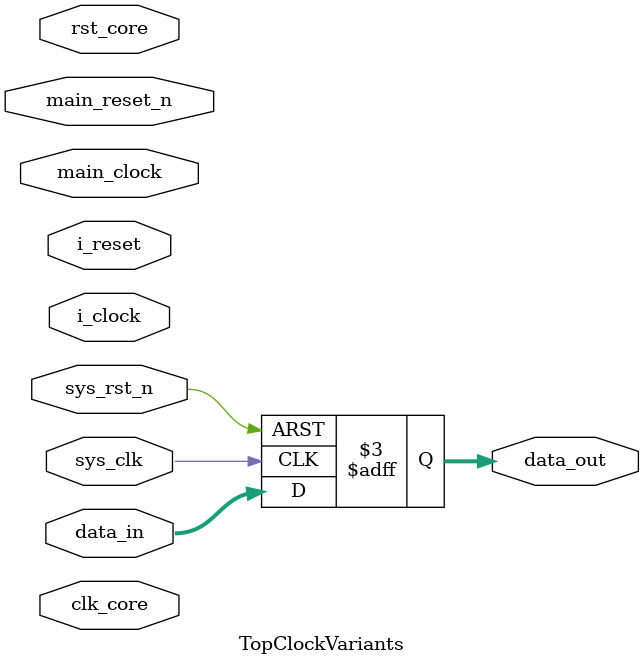
<source format=sv>

module TopClockVariants(
    // Clock variants - should all be detected as clock signals
    input wire sys_clk,        // sys_clk pattern
    input wire i_clock,        // i_clock pattern
    input wire clk_core,       // clk_* pattern
    input wire main_clock,     // *_clock pattern
    
    // Reset variants - should all be detected as reset signals  
    input wire sys_rst_n,      // sys_rst_n pattern (active low)
    input wire i_reset,        // i_reset pattern
    input wire rst_core,       // rst_* pattern
    input wire main_reset_n,   // *_reset_n pattern (active low)
    
    // Regular signals
    input wire [7:0] data_in,
    output reg [7:0] data_out
);

always @(posedge sys_clk or negedge sys_rst_n) begin
    if (!sys_rst_n)
        data_out <= 8'h00;
    else
        data_out <= data_in;
end

endmodule

</source>
